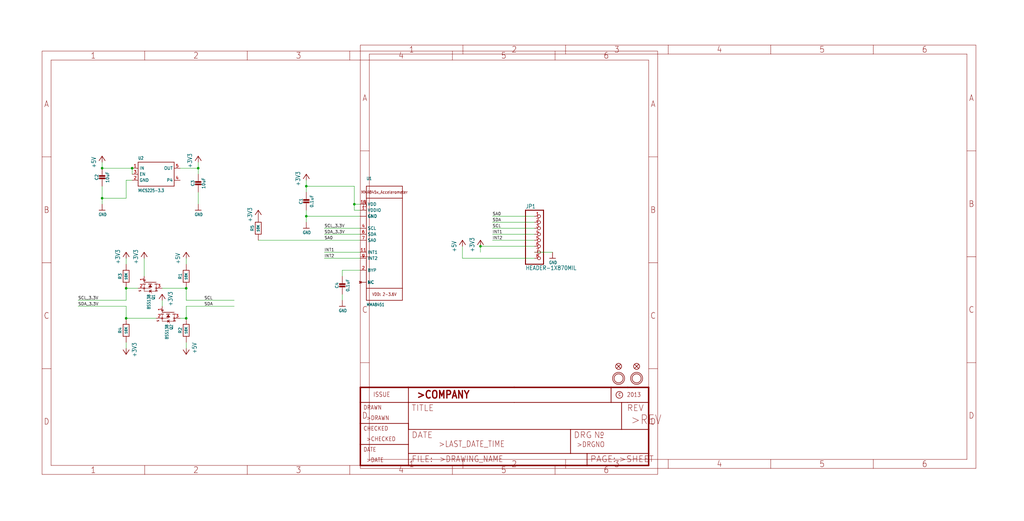
<source format=kicad_sch>
(kicad_sch (version 20211123) (generator eeschema)
  (paper "User" 433.07 220.421)
  (lib_symbols
    (symbol "eagleSchem-eagle-import:+3V3" (power)
      (property "Value" "+3V3" (at -2.54 -5.08 90))
      (symbol "+3V3_1_0"
        (polyline (pts (xy 0 0) (xy -1.27 -1.905)) (stroke (width 0.254)))
        (polyline (pts (xy 1.27 -1.905) (xy 0 0)) (stroke (width 0.254)))
        (pin power_in line (at 0 -2.54 90) (length 2.54) (name "+3V3") (number "1"))
      )
    )
    (symbol "eagleSchem-eagle-import:+5V" (power)
      (property "Value" "+5V" (at -2.54 -5.08 90))
      (symbol "+5V_1_0"
        (polyline (pts (xy 0 0) (xy -1.27 -1.905)) (stroke (width 0.254)))
        (polyline (pts (xy 1.27 -1.905) (xy 0 0)) (stroke (width 0.254)))
        (pin power_in line (at 0 -2.54 90) (length 2.54) (name "+5V") (number "1"))
      )
    )
    (symbol "eagleSchem-eagle-import:ACCEL_MMA845X"
      (property "Reference" "U" (at -7.62 25.4 0))
      (property "Value" "ACCEL_MMA845X" (at -7.62 -27.94 0))
      (symbol "ACCEL_MMA845X_1_0"
        (polyline (pts (xy -7.62 -25.4) (xy 7.62 -25.4)) (stroke (width 0.254)))
        (polyline (pts (xy -7.62 -20.32) (xy -7.62 -25.4)) (stroke (width 0.254)))
        (polyline (pts (xy -7.62 -20.32) (xy -7.62 17.78)) (stroke (width 0.254)))
        (polyline (pts (xy -7.62 17.78) (xy -7.62 22.86)) (stroke (width 0.254)))
        (polyline (pts (xy -7.62 17.78) (xy 7.62 17.78)) (stroke (width 0.254)))
        (polyline (pts (xy -7.62 22.86) (xy 7.62 22.86)) (stroke (width 0.254)))
        (polyline (pts (xy 7.62 -25.4) (xy 7.62 -20.32)) (stroke (width 0.254)))
        (polyline (pts (xy 7.62 -20.32) (xy -7.62 -20.32)) (stroke (width 0.254)))
        (polyline (pts (xy 7.62 17.78) (xy 7.62 -20.32)) (stroke (width 0.254)))
        (polyline (pts (xy 7.62 22.86) (xy 7.62 17.78)) (stroke (width 0.254)))
        (text "MMA845x_Accelerometer" (at 0 20.32 0) (effects (font (size 1.27 1.0795))))
        (text "VDD: 2-3.6V" (at 0 -22.86 0) (effects (font (size 1.27 1.0795))))
        (pin power_in line (at -10.16 12.7 0) (length 2.54) (name "VDDIO") (number "1"))
        (pin power_in line (at -10.16 10.16 0) (length 2.54) (name "GND") (number "10"))
        (pin output line (at -10.16 -5.08 0) (length 2.54) (name "INT1") (number "11"))
        (pin power_in line (at -10.16 10.16 0) (length 2.54) (name "GND") (number "12"))
        (pin no_connect line (at -10.16 -17.78 0) (length 2.54) (name "NC") (number "13"))
        (pin power_in line (at -10.16 15.24 0) (length 2.54) (name "VDD") (number "14"))
        (pin no_connect line (at -10.16 -17.78 0) (length 2.54) (name "NC") (number "15"))
        (pin no_connect line (at -10.16 -17.78 0) (length 2.54) (name "NC") (number "16"))
        (pin input line (at -10.16 -12.7 0) (length 2.54) (name "BYP") (number "2"))
        (pin no_connect line (at -10.16 -17.78 0) (length 2.54) (name "NC") (number "3"))
        (pin open_collector line (at -10.16 5.08 0) (length 2.54) (name "SCL") (number "4"))
        (pin power_in line (at -10.16 10.16 0) (length 2.54) (name "GND") (number "5"))
        (pin open_collector line (at -10.16 2.54 0) (length 2.54) (name "SDA") (number "6"))
        (pin input line (at -10.16 0 0) (length 2.54) (name "SA0") (number "7"))
        (pin no_connect line (at -10.16 -17.78 0) (length 2.54) (name "NC") (number "8"))
        (pin output line (at -10.16 -7.62 0) (length 2.54) (name "INT2") (number "9"))
      )
    )
    (symbol "eagleSchem-eagle-import:CAP_CERAMIC0805-NOOUTLINE"
      (property "Reference" "C" (at -2.29 1.25 90))
      (property "Value" "CAP_CERAMIC0805-NOOUTLINE" (at 2.3 1.25 90))
      (symbol "CAP_CERAMIC0805-NOOUTLINE_1_0"
        (rectangle (start -1.27 0.508) (end 1.27 1.016) (fill (type outline)))
        (rectangle (start -1.27 1.524) (end 1.27 2.032) (fill (type outline)))
        (polyline (pts (xy 0 0.762) (xy 0 0)) (stroke (width 0.1524)))
        (polyline (pts (xy 0 2.54) (xy 0 1.778)) (stroke (width 0.1524)))
        (pin passive line (at 0 5.08 270) (length 2.54) (name "1") (number "1"))
        (pin passive line (at 0 -2.54 90) (length 2.54) (name "2") (number "2"))
      )
    )
    (symbol "eagleSchem-eagle-import:CAP_CERAMIC0805_10MGAP"
      (property "Reference" "C" (at -2.29 1.25 90))
      (property "Value" "CAP_CERAMIC0805_10MGAP" (at 2.3 1.25 90))
      (symbol "CAP_CERAMIC0805_10MGAP_1_0"
        (rectangle (start -1.27 0.508) (end 1.27 1.016) (fill (type outline)))
        (rectangle (start -1.27 1.524) (end 1.27 2.032) (fill (type outline)))
        (polyline (pts (xy 0 0.762) (xy 0 0)) (stroke (width 0.1524)))
        (polyline (pts (xy 0 2.54) (xy 0 1.778)) (stroke (width 0.1524)))
        (pin passive line (at 0 5.08 270) (length 2.54) (name "1") (number "1"))
        (pin passive line (at 0 -2.54 90) (length 2.54) (name "2") (number "2"))
      )
    )
    (symbol "eagleSchem-eagle-import:FIDUCIAL{dblquote}{dblquote}"
      (symbol "FIDUCIAL{dblquote}{dblquote}_1_0"
        (polyline (pts (xy -0.762 0.762) (xy 0.762 -0.762)) (stroke (width 0.254)))
        (polyline (pts (xy 0.762 0.762) (xy -0.762 -0.762)) (stroke (width 0.254)))
        (circle (center 0 0) (radius 1.27) (stroke (width 0.254)))
      )
    )
    (symbol "eagleSchem-eagle-import:FRAME_A4"
      (symbol "FRAME_A4_0_0"
        (polyline (pts (xy 0 44.7675) (xy 3.81 44.7675)))
        (polyline (pts (xy 0 89.535) (xy 3.81 89.535)))
        (polyline (pts (xy 0 134.3025) (xy 3.81 134.3025)))
        (polyline (pts (xy 3.81 3.81) (xy 3.81 175.26)))
        (polyline (pts (xy 43.3917 0) (xy 43.3917 3.81)))
        (polyline (pts (xy 43.3917 175.26) (xy 43.3917 179.07)))
        (polyline (pts (xy 86.7833 0) (xy 86.7833 3.81)))
        (polyline (pts (xy 86.7833 175.26) (xy 86.7833 179.07)))
        (polyline (pts (xy 130.175 0) (xy 130.175 3.81)))
        (polyline (pts (xy 130.175 175.26) (xy 130.175 179.07)))
        (polyline (pts (xy 173.5667 0) (xy 173.5667 3.81)))
        (polyline (pts (xy 173.5667 175.26) (xy 173.5667 179.07)))
        (polyline (pts (xy 216.9583 0) (xy 216.9583 3.81)))
        (polyline (pts (xy 216.9583 175.26) (xy 216.9583 179.07)))
        (polyline (pts (xy 256.54 3.81) (xy 3.81 3.81)))
        (polyline (pts (xy 256.54 3.81) (xy 256.54 175.26)))
        (polyline (pts (xy 256.54 44.7675) (xy 260.35 44.7675)))
        (polyline (pts (xy 256.54 89.535) (xy 260.35 89.535)))
        (polyline (pts (xy 256.54 134.3025) (xy 260.35 134.3025)))
        (polyline (pts (xy 256.54 175.26) (xy 3.81 175.26)))
        (polyline (pts (xy 0 0) (xy 260.35 0) (xy 260.35 179.07) (xy 0 179.07) (xy 0 0)))
        (text "1" (at 21.6958 1.905 0) (effects (font (size 2.54 2.286))))
        (text "1" (at 21.6958 177.165 0) (effects (font (size 2.54 2.286))))
        (text "2" (at 65.0875 1.905 0) (effects (font (size 2.54 2.286))))
        (text "2" (at 65.0875 177.165 0) (effects (font (size 2.54 2.286))))
        (text "3" (at 108.4792 1.905 0) (effects (font (size 2.54 2.286))))
        (text "3" (at 108.4792 177.165 0) (effects (font (size 2.54 2.286))))
        (text "4" (at 151.8708 1.905 0) (effects (font (size 2.54 2.286))))
        (text "4" (at 151.8708 177.165 0) (effects (font (size 2.54 2.286))))
        (text "5" (at 195.2625 1.905 0) (effects (font (size 2.54 2.286))))
        (text "5" (at 195.2625 177.165 0) (effects (font (size 2.54 2.286))))
        (text "6" (at 238.6542 1.905 0) (effects (font (size 2.54 2.286))))
        (text "6" (at 238.6542 177.165 0) (effects (font (size 2.54 2.286))))
        (text "A" (at 1.905 156.6863 0) (effects (font (size 2.54 2.286))))
        (text "A" (at 258.445 156.6863 0) (effects (font (size 2.54 2.286))))
        (text "B" (at 1.905 111.9188 0) (effects (font (size 2.54 2.286))))
        (text "B" (at 258.445 111.9188 0) (effects (font (size 2.54 2.286))))
        (text "C" (at 1.905 67.1513 0) (effects (font (size 2.54 2.286))))
        (text "C" (at 258.445 67.1513 0) (effects (font (size 2.54 2.286))))
        (text "D" (at 1.905 22.3838 0) (effects (font (size 2.54 2.286))))
        (text "D" (at 258.445 22.3838 0) (effects (font (size 2.54 2.286))))
      )
      (symbol "FRAME_A4_1_0"
        (polyline (pts (xy 256.54 3.81) (xy 256.54 8.89)) (stroke (width 0.1016)))
        (polyline (pts (xy 256.54 8.89) (xy 256.54 13.97)) (stroke (width 0.1016)))
        (polyline (pts (xy 256.54 13.97) (xy 256.54 19.05)) (stroke (width 0.1016)))
        (polyline (pts (xy 256.54 19.05) (xy 256.54 36.83)) (stroke (width 0.1016)))
      )
      (symbol "FRAME_A4_2_0"
        (polyline (pts (xy 1.27 -6.35) (xy 1.27 0)) (stroke (width 0.1016)))
        (polyline (pts (xy 1.27 0) (xy 82.55 0)) (stroke (width 0.1016)))
        (polyline (pts (xy 82.55 -6.35) (xy 1.27 -6.35)) (stroke (width 0.1016)))
        (polyline (pts (xy 82.55 0) (xy 82.55 -6.35)) (stroke (width 0.1016)))
        (text "PART OR WHOLE IS STRICTLY PROHIBITED WITHOUT WRITTEN PERMISSION!" (at 3.81 -5.08 0) (effects (font (size 1.27 1.0795)) (justify left bottom)))
        (text "PROPRIETARY" (at 3.81 -10.16 0) (effects (font (size 2.54 2.159) (thickness 0.4318) bold) (justify left bottom)))
        (text "THIS DRAWING CONTAINS CONFIDENTIAL INFORMATION. ANY REPRODUCTION IN" (at 3.81 -2.794 0) (effects (font (size 1.27 1.0795)) (justify left bottom)))
      )
      (symbol "FRAME_A4_3_0"
        (polyline (pts (xy 0 1.27) (xy 20.32 1.27)) (stroke (width 0.6096)))
        (polyline (pts (xy 0 10.16) (xy 0 1.27)) (stroke (width 0.6096)))
        (polyline (pts (xy 0 10.16) (xy 20.32 10.16)) (stroke (width 0.3048)))
        (polyline (pts (xy 0 19.05) (xy 0 10.16)) (stroke (width 0.6096)))
        (polyline (pts (xy 0 19.05) (xy 20.32 19.05)) (stroke (width 0.3048)))
        (polyline (pts (xy 0 27.94) (xy 0 19.05)) (stroke (width 0.6096)))
        (polyline (pts (xy 0 27.94) (xy 20.32 27.94)) (stroke (width 0.3048)))
        (polyline (pts (xy 0 34.29) (xy 0 27.94)) (stroke (width 0.6096)))
        (polyline (pts (xy 20.32 1.27) (xy 20.32 6.35)) (stroke (width 0.3048)))
        (polyline (pts (xy 20.32 1.27) (xy 95.885 1.27)) (stroke (width 0.6096)))
        (polyline (pts (xy 20.32 6.35) (xy 20.32 10.16)) (stroke (width 0.3048)))
        (polyline (pts (xy 20.32 6.35) (xy 88.9 6.35)) (stroke (width 0.3048)))
        (polyline (pts (xy 20.32 10.16) (xy 20.32 19.05)) (stroke (width 0.3048)))
        (polyline (pts (xy 20.32 16.51) (xy 20.32 19.05)) (stroke (width 0.3048)))
        (polyline (pts (xy 20.32 19.05) (xy 20.32 27.94)) (stroke (width 0.3048)))
        (polyline (pts (xy 20.32 27.94) (xy 20.32 34.29)) (stroke (width 0.3048)))
        (polyline (pts (xy 20.32 27.94) (xy 65.0875 27.94)) (stroke (width 0.3048)))
        (polyline (pts (xy 20.32 34.29) (xy 0 34.29)) (stroke (width 0.6096)))
        (polyline (pts (xy 65.0875 27.94) (xy 106.045 27.94)) (stroke (width 0.3048)))
        (polyline (pts (xy 65.0875 34.29) (xy 20.32 34.29)) (stroke (width 0.6096)))
        (polyline (pts (xy 88.9 6.35) (xy 95.885 6.35)) (stroke (width 0.3048)))
        (polyline (pts (xy 88.9 16.51) (xy 20.32 16.51)) (stroke (width 0.3048)))
        (polyline (pts (xy 88.9 16.51) (xy 88.9 6.35)) (stroke (width 0.3048)))
        (polyline (pts (xy 95.885 1.27) (xy 121.92 1.27)) (stroke (width 0.6096)))
        (polyline (pts (xy 95.885 6.35) (xy 95.885 1.27)) (stroke (width 0.3048)))
        (polyline (pts (xy 95.885 6.35) (xy 121.92 6.35)) (stroke (width 0.3048)))
        (polyline (pts (xy 101.6 13.0175) (xy 102.5525 13.0175)) (stroke (width 0.254)))
        (polyline (pts (xy 106.045 27.94) (xy 106.045 34.29)) (stroke (width 0.3048)))
        (polyline (pts (xy 106.045 27.94) (xy 110.49 27.94)) (stroke (width 0.3048)))
        (polyline (pts (xy 106.045 34.29) (xy 65.0875 34.29)) (stroke (width 0.6096)))
        (polyline (pts (xy 110.49 16.51) (xy 88.9 16.51)) (stroke (width 0.3048)))
        (polyline (pts (xy 110.49 27.94) (xy 110.49 16.51)) (stroke (width 0.3048)))
        (polyline (pts (xy 110.49 27.94) (xy 113.03 27.94)) (stroke (width 0.3048)))
        (polyline (pts (xy 113.03 27.94) (xy 121.92 27.94)) (stroke (width 0.3048)))
        (polyline (pts (xy 113.03 34.29) (xy 106.045 34.29)) (stroke (width 0.6096)))
        (polyline (pts (xy 121.92 6.35) (xy 121.92 1.27)) (stroke (width 0.6096)))
        (polyline (pts (xy 121.92 16.51) (xy 110.49 16.51)) (stroke (width 0.3048)))
        (polyline (pts (xy 121.92 16.51) (xy 121.92 6.35)) (stroke (width 0.6096)))
        (polyline (pts (xy 121.92 27.94) (xy 121.92 16.51)) (stroke (width 0.6096)))
        (polyline (pts (xy 121.92 34.29) (xy 113.03 34.29)) (stroke (width 0.6096)))
        (polyline (pts (xy 121.92 34.29) (xy 121.92 27.94)) (stroke (width 0.6096)))
        (circle (center 109.5375 31.115) (radius 1.4199) (stroke (width 0.254)))
        (text "2013" (at 112.7125 30.1625 0) (effects (font (size 1.778 1.5113)) (justify left bottom)))
        (text ">CHECKED" (at 2.54 11.43 0) (effects (font (size 1.778 1.5113)) (justify left bottom)))
        (text ">COMPANY" (at 23.6538 29.3687 0) (effects (font (size 3.175 2.6987) (thickness 0.5397) bold) (justify left bottom)))
        (text ">DATE" (at 2.54 2.54 0) (effects (font (size 1.778 1.5113)) (justify left bottom)))
        (text ">DRAWING_NAME" (at 33.3375 2.54 0) (effects (font (size 2.54 2.159)) (justify left bottom)))
        (text ">DRAWN" (at 2.54 20.32 0) (effects (font (size 1.778 1.5113)) (justify left bottom)))
        (text ">DRGNO" (at 91.44 8.89 0) (effects (font (size 2.1844 1.8567)) (justify left bottom)))
        (text ">LAST_DATE_TIME" (at 33.02 8.89 0) (effects (font (size 2.54 2.159)) (justify left bottom)))
        (text ">REV" (at 114.3 18.415 0) (effects (font (size 3.81 3.2385)) (justify left bottom)))
        (text ">SHEET" (at 109.22 2.54 0) (effects (font (size 2.54 2.54)) (justify left bottom)))
        (text "C" (at 109.0612 30.48 0) (effects (font (size 1.27 1.0795)) (justify left bottom)))
        (text "CHECKED" (at 1.27 15.875 0) (effects (font (size 1.778 1.5113)) (justify left bottom)))
        (text "DATE" (at 1.27 6.985 0) (effects (font (size 1.778 1.5113)) (justify left bottom)))
        (text "DATE" (at 21.59 12.7 0) (effects (font (size 2.54 2.54)) (justify left bottom)))
        (text "DRAWN" (at 1.27 24.765 0) (effects (font (size 1.778 1.5113)) (justify left bottom)))
        (text "DRG" (at 90.17 12.7 0) (effects (font (size 2.54 2.54)) (justify left bottom)))
        (text "FILE:" (at 21.59 2.54 0) (effects (font (size 2.54 2.54)) (justify left bottom)))
        (text "ISSUE" (at 5.3975 30.1625 0) (effects (font (size 1.9304 1.6408)) (justify left bottom)))
        (text "N" (at 98.7425 12.7 0) (effects (font (size 2.54 2.54)) (justify left bottom)))
        (text "o" (at 101.2825 13.6525 0) (effects (font (size 2.1844 1.8567)) (justify left bottom)))
        (text "PAGE:" (at 97.155 2.54 0) (effects (font (size 2.54 2.54)) (justify left bottom)))
        (text "REV" (at 112.7125 24.13 0) (effects (font (size 2.54 2.54)) (justify left bottom)))
        (text "TITLE" (at 21.59 24.13 0) (effects (font (size 2.54 2.54)) (justify left bottom)))
      )
    )
    (symbol "eagleSchem-eagle-import:GND" (power)
      (property "Value" "GND" (at -1.524 -2.54 0))
      (symbol "GND_1_0"
        (polyline (pts (xy -1.27 0) (xy 1.27 0)) (stroke (width 0.254)))
        (pin power_in line (at 0 2.54 270) (length 2.54) (name "GND") (number "1"))
      )
    )
    (symbol "eagleSchem-eagle-import:HEADER-1X870MIL"
      (property "Reference" "JP" (at -6.35 13.335 0))
      (property "Value" "HEADER-1X870MIL" (at -6.35 -12.7 0))
      (symbol "HEADER-1X870MIL_1_0"
        (polyline (pts (xy -6.35 -10.16) (xy 1.27 -10.16)) (stroke (width 0.4064)))
        (polyline (pts (xy -6.35 12.7) (xy -6.35 -10.16)) (stroke (width 0.4064)))
        (polyline (pts (xy 1.27 -10.16) (xy 1.27 12.7)) (stroke (width 0.4064)))
        (polyline (pts (xy 1.27 12.7) (xy -6.35 12.7)) (stroke (width 0.4064)))
        (pin passive inverted (at -2.54 10.16 0) (length 2.54) (name "1") (number "1"))
        (pin passive inverted (at -2.54 7.62 0) (length 2.54) (name "2") (number "2"))
        (pin passive inverted (at -2.54 5.08 0) (length 2.54) (name "3") (number "3"))
        (pin passive inverted (at -2.54 2.54 0) (length 2.54) (name "4") (number "4"))
        (pin passive inverted (at -2.54 0 0) (length 2.54) (name "5") (number "5"))
        (pin passive inverted (at -2.54 -2.54 0) (length 2.54) (name "6") (number "6"))
        (pin passive inverted (at -2.54 -5.08 0) (length 2.54) (name "7") (number "7"))
        (pin passive inverted (at -2.54 -7.62 0) (length 2.54) (name "8") (number "8"))
      )
    )
    (symbol "eagleSchem-eagle-import:MOSFET-NWIDE"
      (property "Reference" "Q" (at 5.08 0.635 0))
      (property "Value" "MOSFET-NWIDE" (at 5.08 -1.27 0))
      (symbol "MOSFET-NWIDE_1_0"
        (polyline (pts (xy 0 2.54) (xy 0 -2.54)) (stroke (width 0.254)))
        (polyline (pts (xy 0.762 -2.54) (xy 0.762 -3.175)) (stroke (width 0.254)))
        (polyline (pts (xy 0.762 -1.905) (xy 0.762 -2.54)) (stroke (width 0.254)))
        (polyline (pts (xy 0.762 0) (xy 0.762 -0.762)) (stroke (width 0.254)))
        (polyline (pts (xy 0.762 0) (xy 2.54 0)) (stroke (width 0.1524)))
        (polyline (pts (xy 0.762 0.762) (xy 0.762 0)) (stroke (width 0.254)))
        (polyline (pts (xy 0.762 2.54) (xy 0.762 1.905)) (stroke (width 0.254)))
        (polyline (pts (xy 0.762 2.54) (xy 3.81 2.54)) (stroke (width 0.1524)))
        (polyline (pts (xy 0.762 3.175) (xy 0.762 2.54)) (stroke (width 0.254)))
        (polyline (pts (xy 2.54 -2.54) (xy 0.762 -2.54)) (stroke (width 0.1524)))
        (polyline (pts (xy 2.54 -2.54) (xy 3.81 -2.54)) (stroke (width 0.1524)))
        (polyline (pts (xy 2.54 0) (xy 2.54 -2.54)) (stroke (width 0.1524)))
        (polyline (pts (xy 3.302 0.508) (xy 3.048 0.254)) (stroke (width 0.1524)))
        (polyline (pts (xy 3.81 0.508) (xy 3.302 0.508)) (stroke (width 0.1524)))
        (polyline (pts (xy 3.81 0.508) (xy 3.81 -2.54)) (stroke (width 0.1524)))
        (polyline (pts (xy 3.81 2.54) (xy 3.81 0.508)) (stroke (width 0.1524)))
        (polyline (pts (xy 4.318 0.508) (xy 3.81 0.508)) (stroke (width 0.1524)))
        (polyline (pts (xy 4.572 0.762) (xy 4.318 0.508)) (stroke (width 0.1524)))
        (polyline (pts (xy 1.016 0) (xy 2.032 0.762) (xy 2.032 -0.762)) (fill (type outline)))
        (polyline (pts (xy 3.81 0.508) (xy 3.302 -0.254) (xy 4.318 -0.254)) (fill (type outline)))
        (circle (center 2.54 -2.54) (radius 0.3592))
        (circle (center 2.54 2.54) (radius 0.3592))
        (text "D" (at 3.175 3.175 0) (effects (font (size 0.8128 0.6908)) (justify left bottom)))
        (text "G" (at -1.27 -1.905 0) (effects (font (size 0.8128 0.6908)) (justify left bottom)))
        (text "S" (at 3.175 -3.81 0) (effects (font (size 0.8128 0.6908)) (justify left bottom)))
        (pin bidirectional line (at -2.54 -2.54 0) (length 2.54) (name "G") (number "1"))
        (pin bidirectional line (at 2.54 -5.08 90) (length 2.54) (name "S") (number "2"))
        (pin bidirectional line (at 2.54 5.08 270) (length 2.54) (name "D") (number "3"))
      )
    )
    (symbol "eagleSchem-eagle-import:MOUNTINGHOLE2.5"
      (symbol "MOUNTINGHOLE2.5_1_0"
        (circle (center 0 0) (radius 1.905) (stroke (width 0.254)))
        (circle (center 0 0) (radius 2.54) (stroke (width 0.254)))
      )
    )
    (symbol "eagleSchem-eagle-import:RESISTOR0805_NOOUTLINE"
      (property "Reference" "R" (at 0 2.54 0))
      (property "Value" "RESISTOR0805_NOOUTLINE" (at 0 0 0))
      (symbol "RESISTOR0805_NOOUTLINE_1_0"
        (polyline (pts (xy -2.54 -1.27) (xy -2.54 1.27)) (stroke (width 0.254)))
        (polyline (pts (xy -2.54 1.27) (xy 2.54 1.27)) (stroke (width 0.254)))
        (polyline (pts (xy 2.54 -1.27) (xy -2.54 -1.27)) (stroke (width 0.254)))
        (polyline (pts (xy 2.54 1.27) (xy 2.54 -1.27)) (stroke (width 0.254)))
        (pin passive line (at -5.08 0 0) (length 2.54) (name "1") (number "1"))
        (pin passive line (at 5.08 0 180) (length 2.54) (name "2") (number "2"))
      )
    )
    (symbol "eagleSchem-eagle-import:VREG_SOT23-5"
      (property "Reference" "U" (at -7.62 6.096 0))
      (property "Value" "VREG_SOT23-5" (at -7.62 -7.62 0))
      (symbol "VREG_SOT23-5_1_0"
        (polyline (pts (xy -7.62 -5.08) (xy -7.62 5.08)) (stroke (width 0.254)))
        (polyline (pts (xy -7.62 5.08) (xy 7.62 5.08)) (stroke (width 0.254)))
        (polyline (pts (xy 7.62 -5.08) (xy -7.62 -5.08)) (stroke (width 0.254)))
        (polyline (pts (xy 7.62 5.08) (xy 7.62 -5.08)) (stroke (width 0.254)))
        (pin power_in line (at -10.16 2.54 0) (length 2.54) (name "IN") (number "1"))
        (pin power_in line (at -10.16 -2.54 0) (length 2.54) (name "GND") (number "2"))
        (pin input line (at -10.16 0 0) (length 2.54) (name "EN") (number "3"))
        (pin bidirectional line (at 10.16 -2.54 180) (length 2.54) (name "P4") (number "4"))
        (pin power_in line (at 10.16 2.54 180) (length 2.54) (name "OUT") (number "5"))
      )
    )
  )
  (junction (at 43.18 83.82))
  (junction (at 78.74 121.92))
  (junction (at 53.34 121.92))
  (junction (at 149.86 86.36))
  (junction (at 203.2 104.14))
  (junction (at 43.18 71.12))
  (junction (at 55.88 71.12))
  (junction (at 129.54 78.74))
  (junction (at 53.34 134.62))
  (junction (at 129.54 91.44))
  (junction (at 78.74 134.62))
  (junction (at 83.82 71.12))
  (wire (pts (xy 149.86 88.9) (xy 152.4 88.9)))
  (wire (pts (xy 55.88 71.12) (xy 43.18 71.12)))
  (wire (pts (xy 208.28 93.98) (xy 226.06 93.98)))
  (wire (pts (xy 149.86 78.74) (xy 149.86 86.36)))
  (wire (pts (xy 152.4 106.68) (xy 137.16 106.68)))
  (wire (pts (xy 43.18 83.82) (xy 43.18 86.36)))
  (wire (pts (xy 78.74 127) (xy 99.06 127)))
  (wire (pts (xy 78.74 134.62) (xy 76.2 134.62)))
  (wire (pts (xy 152.4 109.22) (xy 137.16 109.22)))
  (wire (pts (xy 144.78 114.3) (xy 144.78 116.84)))
  (wire (pts (xy 55.88 76.2) (xy 53.34 76.2)))
  (wire (pts (xy 152.4 86.36) (xy 149.86 86.36)))
  (wire (pts (xy 78.74 147.32) (xy 78.74 144.78)))
  (wire (pts (xy 129.54 78.74) (xy 149.86 78.74)))
  (wire (pts (xy 226.06 91.44) (xy 208.28 91.44)))
  (wire (pts (xy 226.06 96.52) (xy 208.28 96.52)))
  (wire (pts (xy 152.4 101.6) (xy 109.22 101.6)))
  (wire (pts (xy 83.82 71.12) (xy 83.82 68.58)))
  (wire (pts (xy 33.02 129.54) (xy 53.34 129.54)))
  (wire (pts (xy 203.2 106.68) (xy 203.2 104.14)))
  (wire (pts (xy 129.54 91.44) (xy 129.54 93.98)))
  (wire (pts (xy 53.34 134.62) (xy 53.34 129.54)))
  (wire (pts (xy 43.18 83.82) (xy 43.18 78.74)))
  (wire (pts (xy 78.74 129.54) (xy 99.06 129.54)))
  (wire (pts (xy 68.58 127) (xy 68.58 129.54)))
  (wire (pts (xy 149.86 86.36) (xy 149.86 88.9)))
  (wire (pts (xy 152.4 96.52) (xy 137.16 96.52)))
  (wire (pts (xy 55.88 73.66) (xy 55.88 71.12)))
  (wire (pts (xy 68.58 121.92) (xy 78.74 121.92)))
  (wire (pts (xy 43.18 68.58) (xy 43.18 71.12)))
  (wire (pts (xy 66.04 134.62) (xy 53.34 134.62)))
  (wire (pts (xy 78.74 109.22) (xy 78.74 111.76)))
  (wire (pts (xy 53.34 109.22) (xy 53.34 111.76)))
  (wire (pts (xy 195.58 109.22) (xy 195.58 104.14)))
  (wire (pts (xy 53.34 127) (xy 53.34 121.92)))
  (wire (pts (xy 76.2 71.12) (xy 83.82 71.12)))
  (wire (pts (xy 152.4 91.44) (xy 129.54 91.44)))
  (wire (pts (xy 78.74 134.62) (xy 78.74 129.54)))
  (wire (pts (xy 83.82 71.12) (xy 83.82 73.66)))
  (wire (pts (xy 53.34 76.2) (xy 53.34 83.82)))
  (wire (pts (xy 83.82 81.28) (xy 83.82 86.36)))
  (wire (pts (xy 226.06 106.68) (xy 233.68 106.68)))
  (wire (pts (xy 129.54 78.74) (xy 129.54 81.28)))
  (wire (pts (xy 60.96 116.84) (xy 60.96 109.22)))
  (wire (pts (xy 53.34 121.92) (xy 58.42 121.92)))
  (wire (pts (xy 144.78 124.46) (xy 144.78 127)))
  (wire (pts (xy 203.2 104.14) (xy 226.06 104.14)))
  (wire (pts (xy 208.28 101.6) (xy 226.06 101.6)))
  (wire (pts (xy 53.34 83.82) (xy 43.18 83.82)))
  (wire (pts (xy 137.16 99.06) (xy 152.4 99.06)))
  (wire (pts (xy 129.54 76.2) (xy 129.54 78.74)))
  (wire (pts (xy 226.06 109.22) (xy 195.58 109.22)))
  (wire (pts (xy 152.4 114.3) (xy 144.78 114.3)))
  (wire (pts (xy 129.54 88.9) (xy 129.54 91.44)))
  (wire (pts (xy 78.74 121.92) (xy 78.74 127)))
  (wire (pts (xy 226.06 99.06) (xy 208.28 99.06)))
  (wire (pts (xy 53.34 147.32) (xy 53.34 144.78)))
  (wire (pts (xy 53.34 127) (xy 33.02 127)))
  (label "SDA" (at 208.28 93.98 0) (effects (font (size 1.2446 1.2446))))
  (label "INT1" (at 137.16 106.68 0) (effects (font (size 1.2446 1.2446))))
  (label "INT2" (at 208.28 101.6 0) (effects (font (size 1.2446 1.2446))))
  (label "INT1" (at 208.28 99.06 0) (effects (font (size 1.2446 1.2446))))
  (label "SA0" (at 208.28 91.44 0) (effects (font (size 1.2446 1.2446))))
  (label "SDA_3.3V" (at 137.16 99.06 0) (effects (font (size 1.2446 1.2446))))
  (label "SA0" (at 137.16 101.6 0) (effects (font (size 1.2446 1.2446))))
  (label "SDA" (at 86.36 129.54 0) (effects (font (size 1.2446 1.2446))))
  (label "SCL" (at 208.28 96.52 0) (effects (font (size 1.2446 1.2446))))
  (label "INT2" (at 137.16 109.22 0) (effects (font (size 1.2446 1.2446))))
  (label "SCL_3.3V" (at 33.02 127 0) (effects (font (size 1.2446 1.2446))))
  (label "SCL" (at 86.36 127 0) (effects (font (size 1.2446 1.2446))))
  (label "SCL_3.3V" (at 137.16 96.52 0) (effects (font (size 1.2446 1.2446))))
  (label "SDA_3.3V" (at 33.02 129.54 0) (effects (font (size 1.2446 1.2446))))
  (symbol (lib_id "eagleSchem-eagle-import:GND") (at 144.78 129.54 0) (unit 1)
    (property "Reference" "#U$7" (effects hide))
    (property "Value" "GND" (at 143.256 132.08 0) (effects (font (size 1.27 1.0795)) (justify left bottom)))
    (property "Footprint" "eagleSchem:" (effects hide))
  )
  (symbol (lib_id "eagleSchem-eagle-import:+3V3") (at 109.22 88.9 0) (unit 1)
    (property "Reference" "#+3V8" (effects hide))
    (property "Value" "+3V3" (at 106.68 93.98 90) (effects (font (size 1.778 1.5113)) (justify left bottom)))
    (property "Footprint" "eagleSchem:" (effects hide))
  )
  (symbol (lib_id "eagleSchem-eagle-import:MOUNTINGHOLE2.5") (at 261.62 160.02 0) (unit 1)
    (property "Reference" "U$6" (effects hide))
    (property "Value" "MOUNTINGHOLE2.5" (effects hide))
    (property "Footprint" "eagleSchem:MOUNTINGHOLE_2.5_PLATED" (effects hide))
  )
  (symbol (lib_id "eagleSchem-eagle-import:CAP_CERAMIC0805-NOOUTLINE") (at 43.18 76.2 0) (unit 1)
    (property "Reference" "C2" (at 40.89 74.95 90))
    (property "Value" "10uF" (at 45.48 74.95 90))
    (property "Footprint" "eagleSchem:0805-NO" (effects hide))
  )
  (symbol (lib_id "eagleSchem-eagle-import:GND") (at 83.82 88.9 0) (unit 1)
    (property "Reference" "#U$2" (effects hide))
    (property "Value" "GND" (at 82.296 91.44 0) (effects (font (size 1.27 1.0795)) (justify left bottom)))
    (property "Footprint" "eagleSchem:" (effects hide))
  )
  (symbol (lib_id "eagleSchem-eagle-import:GND") (at 43.18 88.9 0) (unit 1)
    (property "Reference" "#U$13" (effects hide))
    (property "Value" "GND" (at 41.656 91.44 0) (effects (font (size 1.27 1.0795)) (justify left bottom)))
    (property "Footprint" "eagleSchem:" (effects hide))
  )
  (symbol (lib_id "eagleSchem-eagle-import:GND") (at 233.68 109.22 0) (unit 1)
    (property "Reference" "#U$8" (effects hide))
    (property "Value" "GND" (at 232.156 111.76 0) (effects (font (size 1.27 1.0795)) (justify left bottom)))
    (property "Footprint" "eagleSchem:" (effects hide))
  )
  (symbol (lib_id "eagleSchem-eagle-import:RESISTOR0805_NOOUTLINE") (at 53.34 139.7 90) (unit 1)
    (property "Reference" "R4" (at 50.8 139.7 0))
    (property "Value" "10K" (at 53.34 139.7 0) (effects (font (size 1.016 1.016) bold)))
    (property "Footprint" "eagleSchem:0805-NO" (effects hide))
  )
  (symbol (lib_id "eagleSchem-eagle-import:VREG_SOT23-5") (at 66.04 73.66 0) (unit 1)
    (property "Reference" "U2" (at 58.42 67.564 0) (effects (font (size 1.27 1.0795)) (justify left bottom)))
    (property "Value" "MIC5225-3.3" (at 58.42 81.28 0) (effects (font (size 1.27 1.0795)) (justify left bottom)))
    (property "Footprint" "eagleSchem:SOT23-5" (effects hide))
  )
  (symbol (lib_id "eagleSchem-eagle-import:+5V") (at 78.74 106.68 0) (unit 1)
    (property "Reference" "#P+1" (effects hide))
    (property "Value" "+5V" (at 76.2 111.76 90) (effects (font (size 1.778 1.5113)) (justify left bottom)))
    (property "Footprint" "eagleSchem:" (effects hide))
  )
  (symbol (lib_id "eagleSchem-eagle-import:FIDUCIAL{dblquote}{dblquote}") (at 261.62 154.94 0) (unit 1)
    (property "Reference" "FID2" (effects hide))
    (property "Value" "FIDUCIAL{dblquote}{dblquote}" (effects hide))
    (property "Footprint" "eagleSchem:FIDUCIAL_1MM" (effects hide))
  )
  (symbol (lib_id "eagleSchem-eagle-import:HEADER-1X870MIL") (at 228.6 101.6 0) (unit 1)
    (property "Reference" "JP1" (at 222.25 88.265 0) (effects (font (size 1.778 1.5113)) (justify left bottom)))
    (property "Value" "HEADER-1X870MIL" (at 222.25 114.3 0) (effects (font (size 1.778 1.5113)) (justify left bottom)))
    (property "Footprint" "eagleSchem:1X08_ROUND_70" (effects hide))
  )
  (symbol (lib_id "eagleSchem-eagle-import:RESISTOR0805_NOOUTLINE") (at 78.74 139.7 90) (unit 1)
    (property "Reference" "R2" (at 76.2 139.7 0))
    (property "Value" "10K" (at 78.74 139.7 0) (effects (font (size 1.016 1.016) bold)))
    (property "Footprint" "eagleSchem:0805-NO" (effects hide))
  )
  (symbol (lib_id "eagleSchem-eagle-import:+3V3") (at 60.96 106.68 0) (unit 1)
    (property "Reference" "#+3V2" (effects hide))
    (property "Value" "+3V3" (at 58.42 111.76 90) (effects (font (size 1.778 1.5113)) (justify left bottom)))
    (property "Footprint" "eagleSchem:" (effects hide))
  )
  (symbol (lib_id "eagleSchem-eagle-import:CAP_CERAMIC0805_10MGAP") (at 144.78 121.92 0) (unit 1)
    (property "Reference" "C4" (at 142.49 120.67 90))
    (property "Value" "0.1uF" (at 147.08 120.67 90))
    (property "Footprint" "eagleSchem:0805_10MGAP" (effects hide))
  )
  (symbol (lib_id "eagleSchem-eagle-import:+3V3") (at 129.54 73.66 0) (unit 1)
    (property "Reference" "#+3V1" (effects hide))
    (property "Value" "+3V3" (at 127 78.74 90) (effects (font (size 1.778 1.5113)) (justify left bottom)))
    (property "Footprint" "eagleSchem:" (effects hide))
  )
  (symbol (lib_id "eagleSchem-eagle-import:+3V3") (at 83.82 66.04 0) (unit 1)
    (property "Reference" "#+3V6" (effects hide))
    (property "Value" "+3V3" (at 81.28 71.12 90) (effects (font (size 1.778 1.5113)) (justify left bottom)))
    (property "Footprint" "eagleSchem:" (effects hide))
  )
  (symbol (lib_id "eagleSchem-eagle-import:+3V3") (at 68.58 124.46 0) (mirror y) (unit 1)
    (property "Reference" "#+3V3" (effects hide))
    (property "Value" "+3V3" (at 71.12 129.54 90) (effects (font (size 1.778 1.5113)) (justify left bottom)))
    (property "Footprint" "eagleSchem:" (effects hide))
  )
  (symbol (lib_id "eagleSchem-eagle-import:ACCEL_MMA845X") (at 162.56 101.6 0) (unit 1)
    (property "Reference" "U1" (at 154.94 76.2 0) (effects (font (size 1.27 1.0795)) (justify left bottom)))
    (property "Value" "MMA8451" (at 154.94 129.54 0) (effects (font (size 1.27 1.0795)) (justify left bottom)))
    (property "Footprint" "eagleSchem:MMA845X_QFN_16MM" (effects hide))
  )
  (symbol (lib_id "eagleSchem-eagle-import:RESISTOR0805_NOOUTLINE") (at 109.22 96.52 90) (unit 1)
    (property "Reference" "R5" (at 106.68 96.52 0))
    (property "Value" "10K" (at 109.22 96.52 0) (effects (font (size 1.016 1.016) bold)))
    (property "Footprint" "eagleSchem:0805-NO" (effects hide))
  )
  (symbol (lib_id "eagleSchem-eagle-import:CAP_CERAMIC0805-NOOUTLINE") (at 129.54 86.36 0) (unit 1)
    (property "Reference" "C1" (at 127.25 85.11 90))
    (property "Value" "0.1uF" (at 131.84 85.11 90))
    (property "Footprint" "eagleSchem:0805-NO" (effects hide))
  )
  (symbol (lib_id "eagleSchem-eagle-import:GND") (at 129.54 96.52 0) (unit 1)
    (property "Reference" "#U$1" (effects hide))
    (property "Value" "GND" (at 128.016 99.06 0) (effects (font (size 1.27 1.0795)) (justify left bottom)))
    (property "Footprint" "eagleSchem:" (effects hide))
  )
  (symbol (lib_id "eagleSchem-eagle-import:FIDUCIAL{dblquote}{dblquote}") (at 269.24 154.94 0) (unit 1)
    (property "Reference" "FID1" (effects hide))
    (property "Value" "FIDUCIAL{dblquote}{dblquote}" (effects hide))
    (property "Footprint" "eagleSchem:FIDUCIAL_1MM" (effects hide))
  )
  (symbol (lib_id "eagleSchem-eagle-import:MOUNTINGHOLE2.5") (at 269.24 160.02 0) (unit 1)
    (property "Reference" "U$3" (effects hide))
    (property "Value" "MOUNTINGHOLE2.5" (effects hide))
    (property "Footprint" "eagleSchem:MOUNTINGHOLE_2.5_PLATED" (effects hide))
  )
  (symbol (lib_id "eagleSchem-eagle-import:RESISTOR0805_NOOUTLINE") (at 53.34 116.84 90) (unit 1)
    (property "Reference" "R3" (at 50.8 116.84 0))
    (property "Value" "10K" (at 53.34 116.84 0) (effects (font (size 1.016 1.016) bold)))
    (property "Footprint" "eagleSchem:0805-NO" (effects hide))
  )
  (symbol (lib_id "eagleSchem-eagle-import:RESISTOR0805_NOOUTLINE") (at 78.74 116.84 90) (unit 1)
    (property "Reference" "R1" (at 76.2 116.84 0))
    (property "Value" "10K" (at 78.74 116.84 0) (effects (font (size 1.016 1.016) bold)))
    (property "Footprint" "eagleSchem:0805-NO" (effects hide))
  )
  (symbol (lib_id "eagleSchem-eagle-import:MOSFET-NWIDE") (at 63.5 119.38 270) (unit 1)
    (property "Reference" "Q1" (at 64.135 124.46 0) (effects (font (size 1.27 1.0795)) (justify left bottom)))
    (property "Value" "BSS138" (at 62.23 124.46 0) (effects (font (size 1.27 1.0795)) (justify left bottom)))
    (property "Footprint" "eagleSchem:SOT23-WIDE" (effects hide))
  )
  (symbol (lib_id "eagleSchem-eagle-import:+5V") (at 78.74 149.86 180) (unit 1)
    (property "Reference" "#P+3" (effects hide))
    (property "Value" "+5V" (at 81.28 144.78 90) (effects (font (size 1.778 1.5113)) (justify left bottom)))
    (property "Footprint" "eagleSchem:" (effects hide))
  )
  (symbol (lib_id "eagleSchem-eagle-import:+3V3") (at 53.34 149.86 180) (unit 1)
    (property "Reference" "#+3V5" (effects hide))
    (property "Value" "+3V3" (at 55.88 144.78 90) (effects (font (size 1.778 1.5113)) (justify left bottom)))
    (property "Footprint" "eagleSchem:" (effects hide))
  )
  (symbol (lib_id "eagleSchem-eagle-import:+5V") (at 195.58 101.6 0) (unit 1)
    (property "Reference" "#P+2" (effects hide))
    (property "Value" "+5V" (at 193.04 106.68 90) (effects (font (size 1.778 1.5113)) (justify left bottom)))
    (property "Footprint" "eagleSchem:" (effects hide))
  )
  (symbol (lib_id "eagleSchem-eagle-import:+3V3") (at 53.34 106.68 0) (unit 1)
    (property "Reference" "#+3V4" (effects hide))
    (property "Value" "+3V3" (at 50.8 111.76 90) (effects (font (size 1.778 1.5113)) (justify left bottom)))
    (property "Footprint" "eagleSchem:" (effects hide))
  )
  (symbol (lib_id "eagleSchem-eagle-import:CAP_CERAMIC0805-NOOUTLINE") (at 83.82 78.74 0) (unit 1)
    (property "Reference" "C3" (at 81.53 77.49 90))
    (property "Value" "10uF" (at 86.12 77.49 90))
    (property "Footprint" "eagleSchem:0805-NO" (effects hide))
  )
  (symbol (lib_id "eagleSchem-eagle-import:FRAME_A4") (at 152.4 198.12 0) (unit 3)
    (property "Reference" "#FRAME1" (effects hide))
    (property "Value" "FRAME_A4" (effects hide))
    (property "Footprint" "eagleSchem:" (effects hide))
  )
  (symbol (lib_id "eagleSchem-eagle-import:+3V3") (at 203.2 101.6 0) (unit 1)
    (property "Reference" "#+3V7" (effects hide))
    (property "Value" "+3V3" (at 200.66 106.68 90) (effects (font (size 1.778 1.5113)) (justify left bottom)))
    (property "Footprint" "eagleSchem:" (effects hide))
  )
  (symbol (lib_id "eagleSchem-eagle-import:FRAME_A4") (at 17.78 200.66 0) (unit 1)
    (property "Reference" "#FRAME1" (effects hide))
    (property "Value" "FRAME_A4" (effects hide))
    (property "Footprint" "eagleSchem:" (effects hide))
  )
  (symbol (lib_id "eagleSchem-eagle-import:MOSFET-NWIDE") (at 71.12 132.08 270) (unit 1)
    (property "Reference" "Q2" (at 71.755 137.16 0) (effects (font (size 1.27 1.0795)) (justify left bottom)))
    (property "Value" "BSS138" (at 69.85 137.16 0) (effects (font (size 1.27 1.0795)) (justify left bottom)))
    (property "Footprint" "eagleSchem:SOT23-WIDE" (effects hide))
  )
  (symbol (lib_id "eagleSchem-eagle-import:+5V") (at 43.18 66.04 0) (unit 1)
    (property "Reference" "#P+4" (effects hide))
    (property "Value" "+5V" (at 40.64 71.12 90) (effects (font (size 1.778 1.5113)) (justify left bottom)))
    (property "Footprint" "eagleSchem:" (effects hide))
  )
)
</source>
